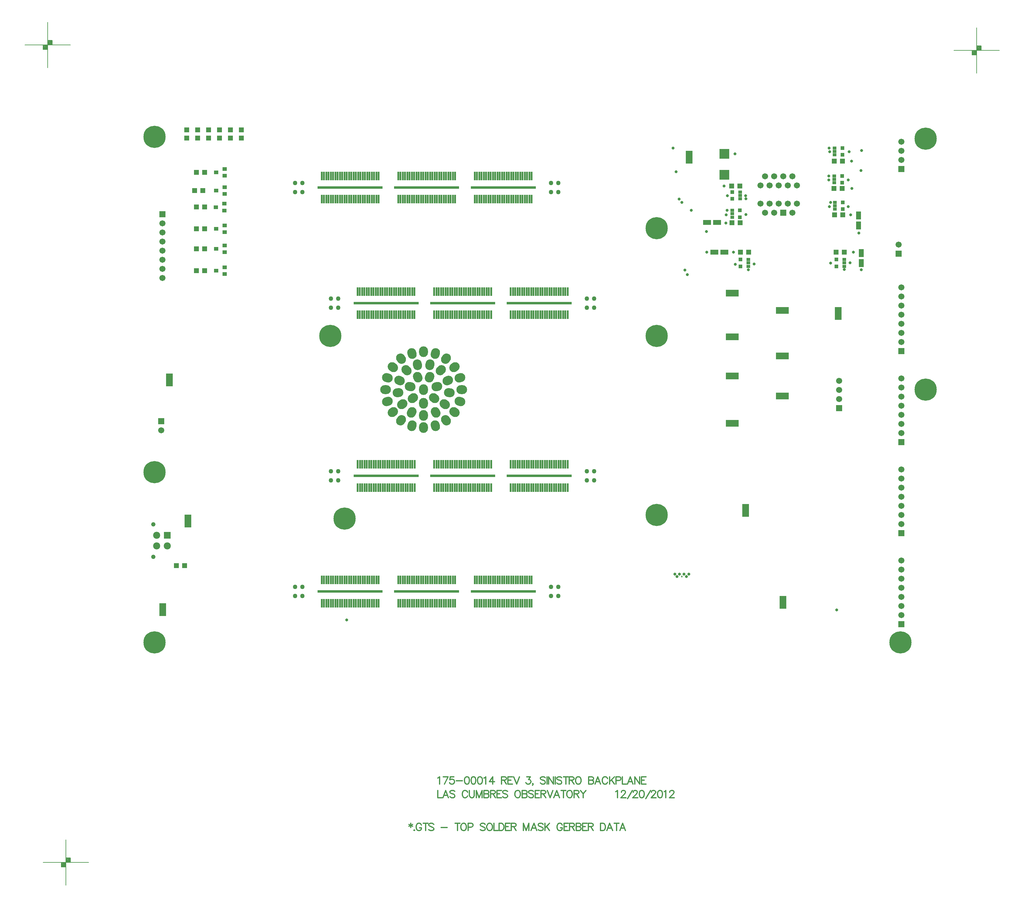
<source format=gts>
%FSLAX23Y23*%
%MOIN*%
G70*
G01*
G75*
G04 Layer_Color=8388736*
%ADD10R,0.037X0.035*%
%ADD11R,0.037X0.035*%
%ADD12R,0.070X0.135*%
%ADD13R,0.036X0.036*%
%ADD14R,0.036X0.028*%
%ADD15R,0.100X0.100*%
%ADD16R,0.078X0.048*%
%ADD17R,0.050X0.050*%
%ADD18R,0.050X0.050*%
%ADD19R,0.016X0.085*%
%ADD20R,0.709X0.020*%
%ADD21R,0.048X0.078*%
%ADD22R,0.135X0.070*%
%ADD23C,0.010*%
%ADD24C,0.030*%
%ADD25C,0.050*%
%ADD26C,0.006*%
%ADD27C,0.012*%
%ADD28C,0.008*%
%ADD29C,0.012*%
%ADD30C,0.012*%
%ADD31C,0.050*%
%ADD32O,0.090X0.110*%
G04:AMPARAMS|DCode=33|XSize=90mil|YSize=110mil|CornerRadius=0mil|HoleSize=0mil|Usage=FLASHONLY|Rotation=231.428|XOffset=0mil|YOffset=0mil|HoleType=Round|Shape=Round|*
%AMOVALD33*
21,1,0.020,0.090,0.000,0.000,321.4*
1,1,0.090,-0.008,0.006*
1,1,0.090,0.008,-0.006*
%
%ADD33OVALD33*%

G04:AMPARAMS|DCode=34|XSize=90mil|YSize=110mil|CornerRadius=0mil|HoleSize=0mil|Usage=FLASHONLY|Rotation=282.856|XOffset=0mil|YOffset=0mil|HoleType=Round|Shape=Round|*
%AMOVALD34*
21,1,0.020,0.090,0.000,0.000,12.9*
1,1,0.090,-0.010,-0.002*
1,1,0.090,0.010,0.002*
%
%ADD34OVALD34*%

G04:AMPARAMS|DCode=35|XSize=90mil|YSize=110mil|CornerRadius=0mil|HoleSize=0mil|Usage=FLASHONLY|Rotation=334.284|XOffset=0mil|YOffset=0mil|HoleType=Round|Shape=Round|*
%AMOVALD35*
21,1,0.020,0.090,0.000,0.000,64.3*
1,1,0.090,-0.004,-0.009*
1,1,0.090,0.004,0.009*
%
%ADD35OVALD35*%

G04:AMPARAMS|DCode=36|XSize=90mil|YSize=110mil|CornerRadius=0mil|HoleSize=0mil|Usage=FLASHONLY|Rotation=25.712|XOffset=0mil|YOffset=0mil|HoleType=Round|Shape=Round|*
%AMOVALD36*
21,1,0.020,0.090,0.000,0.000,115.7*
1,1,0.090,0.004,-0.009*
1,1,0.090,-0.004,0.009*
%
%ADD36OVALD36*%

G04:AMPARAMS|DCode=37|XSize=90mil|YSize=110mil|CornerRadius=0mil|HoleSize=0mil|Usage=FLASHONLY|Rotation=77.140|XOffset=0mil|YOffset=0mil|HoleType=Round|Shape=Round|*
%AMOVALD37*
21,1,0.020,0.090,0.000,0.000,167.1*
1,1,0.090,0.010,-0.002*
1,1,0.090,-0.010,0.002*
%
%ADD37OVALD37*%

G04:AMPARAMS|DCode=38|XSize=90mil|YSize=110mil|CornerRadius=0mil|HoleSize=0mil|Usage=FLASHONLY|Rotation=128.568|XOffset=0mil|YOffset=0mil|HoleType=Round|Shape=Round|*
%AMOVALD38*
21,1,0.020,0.090,0.000,0.000,218.6*
1,1,0.090,0.008,0.006*
1,1,0.090,-0.008,-0.006*
%
%ADD38OVALD38*%

G04:AMPARAMS|DCode=39|XSize=90mil|YSize=110mil|CornerRadius=0mil|HoleSize=0mil|Usage=FLASHONLY|Rotation=207.692|XOffset=0mil|YOffset=0mil|HoleType=Round|Shape=Round|*
%AMOVALD39*
21,1,0.020,0.090,0.000,0.000,297.7*
1,1,0.090,-0.005,0.009*
1,1,0.090,0.005,-0.009*
%
%ADD39OVALD39*%

G04:AMPARAMS|DCode=40|XSize=90mil|YSize=110mil|CornerRadius=0mil|HoleSize=0mil|Usage=FLASHONLY|Rotation=235.384|XOffset=0mil|YOffset=0mil|HoleType=Round|Shape=Round|*
%AMOVALD40*
21,1,0.020,0.090,0.000,0.000,325.4*
1,1,0.090,-0.008,0.006*
1,1,0.090,0.008,-0.006*
%
%ADD40OVALD40*%

G04:AMPARAMS|DCode=41|XSize=90mil|YSize=110mil|CornerRadius=0mil|HoleSize=0mil|Usage=FLASHONLY|Rotation=263.076|XOffset=0mil|YOffset=0mil|HoleType=Round|Shape=Round|*
%AMOVALD41*
21,1,0.020,0.090,0.000,0.000,353.1*
1,1,0.090,-0.010,0.001*
1,1,0.090,0.010,-0.001*
%
%ADD41OVALD41*%

G04:AMPARAMS|DCode=42|XSize=90mil|YSize=110mil|CornerRadius=0mil|HoleSize=0mil|Usage=FLASHONLY|Rotation=290.768|XOffset=0mil|YOffset=0mil|HoleType=Round|Shape=Round|*
%AMOVALD42*
21,1,0.020,0.090,0.000,0.000,20.8*
1,1,0.090,-0.009,-0.004*
1,1,0.090,0.009,0.004*
%
%ADD42OVALD42*%

G04:AMPARAMS|DCode=43|XSize=90mil|YSize=110mil|CornerRadius=0mil|HoleSize=0mil|Usage=FLASHONLY|Rotation=318.460|XOffset=0mil|YOffset=0mil|HoleType=Round|Shape=Round|*
%AMOVALD43*
21,1,0.020,0.090,0.000,0.000,48.5*
1,1,0.090,-0.007,-0.007*
1,1,0.090,0.007,0.007*
%
%ADD43OVALD43*%

G04:AMPARAMS|DCode=44|XSize=90mil|YSize=110mil|CornerRadius=0mil|HoleSize=0mil|Usage=FLASHONLY|Rotation=346.152|XOffset=0mil|YOffset=0mil|HoleType=Round|Shape=Round|*
%AMOVALD44*
21,1,0.020,0.090,0.000,0.000,76.2*
1,1,0.090,-0.002,-0.010*
1,1,0.090,0.002,0.010*
%
%ADD44OVALD44*%

G04:AMPARAMS|DCode=45|XSize=90mil|YSize=110mil|CornerRadius=0mil|HoleSize=0mil|Usage=FLASHONLY|Rotation=13.844|XOffset=0mil|YOffset=0mil|HoleType=Round|Shape=Round|*
%AMOVALD45*
21,1,0.020,0.090,0.000,0.000,103.8*
1,1,0.090,0.002,-0.010*
1,1,0.090,-0.002,0.010*
%
%ADD45OVALD45*%

G04:AMPARAMS|DCode=46|XSize=90mil|YSize=110mil|CornerRadius=0mil|HoleSize=0mil|Usage=FLASHONLY|Rotation=41.536|XOffset=0mil|YOffset=0mil|HoleType=Round|Shape=Round|*
%AMOVALD46*
21,1,0.020,0.090,0.000,0.000,131.5*
1,1,0.090,0.007,-0.007*
1,1,0.090,-0.007,0.007*
%
%ADD46OVALD46*%

G04:AMPARAMS|DCode=47|XSize=90mil|YSize=110mil|CornerRadius=0mil|HoleSize=0mil|Usage=FLASHONLY|Rotation=69.228|XOffset=0mil|YOffset=0mil|HoleType=Round|Shape=Round|*
%AMOVALD47*
21,1,0.020,0.090,0.000,0.000,159.2*
1,1,0.090,0.009,-0.004*
1,1,0.090,-0.009,0.004*
%
%ADD47OVALD47*%

G04:AMPARAMS|DCode=48|XSize=90mil|YSize=110mil|CornerRadius=0mil|HoleSize=0mil|Usage=FLASHONLY|Rotation=96.920|XOffset=0mil|YOffset=0mil|HoleType=Round|Shape=Round|*
%AMOVALD48*
21,1,0.020,0.090,0.000,0.000,186.9*
1,1,0.090,0.010,0.001*
1,1,0.090,-0.010,-0.001*
%
%ADD48OVALD48*%

G04:AMPARAMS|DCode=49|XSize=90mil|YSize=110mil|CornerRadius=0mil|HoleSize=0mil|Usage=FLASHONLY|Rotation=124.612|XOffset=0mil|YOffset=0mil|HoleType=Round|Shape=Round|*
%AMOVALD49*
21,1,0.020,0.090,0.000,0.000,214.6*
1,1,0.090,0.008,0.006*
1,1,0.090,-0.008,-0.006*
%
%ADD49OVALD49*%

G04:AMPARAMS|DCode=50|XSize=90mil|YSize=110mil|CornerRadius=0mil|HoleSize=0mil|Usage=FLASHONLY|Rotation=152.304|XOffset=0mil|YOffset=0mil|HoleType=Round|Shape=Round|*
%AMOVALD50*
21,1,0.020,0.090,0.000,0.000,242.3*
1,1,0.090,0.005,0.009*
1,1,0.090,-0.005,-0.009*
%
%ADD50OVALD50*%

G04:AMPARAMS|DCode=51|XSize=90mil|YSize=110mil|CornerRadius=0mil|HoleSize=0mil|Usage=FLASHONLY|Rotation=198.000|XOffset=0mil|YOffset=0mil|HoleType=Round|Shape=Round|*
%AMOVALD51*
21,1,0.020,0.090,0.000,0.000,288.0*
1,1,0.090,-0.003,0.010*
1,1,0.090,0.003,-0.010*
%
%ADD51OVALD51*%

G04:AMPARAMS|DCode=52|XSize=90mil|YSize=110mil|CornerRadius=0mil|HoleSize=0mil|Usage=FLASHONLY|Rotation=216.000|XOffset=0mil|YOffset=0mil|HoleType=Round|Shape=Round|*
%AMOVALD52*
21,1,0.020,0.090,0.000,0.000,306.0*
1,1,0.090,-0.006,0.008*
1,1,0.090,0.006,-0.008*
%
%ADD52OVALD52*%

G04:AMPARAMS|DCode=53|XSize=90mil|YSize=110mil|CornerRadius=0mil|HoleSize=0mil|Usage=FLASHONLY|Rotation=234.000|XOffset=0mil|YOffset=0mil|HoleType=Round|Shape=Round|*
%AMOVALD53*
21,1,0.020,0.090,0.000,0.000,324.0*
1,1,0.090,-0.008,0.006*
1,1,0.090,0.008,-0.006*
%
%ADD53OVALD53*%

G04:AMPARAMS|DCode=54|XSize=90mil|YSize=110mil|CornerRadius=0mil|HoleSize=0mil|Usage=FLASHONLY|Rotation=252.000|XOffset=0mil|YOffset=0mil|HoleType=Round|Shape=Round|*
%AMOVALD54*
21,1,0.020,0.090,0.000,0.000,342.0*
1,1,0.090,-0.010,0.003*
1,1,0.090,0.010,-0.003*
%
%ADD54OVALD54*%

%ADD55O,0.110X0.090*%
G04:AMPARAMS|DCode=56|XSize=90mil|YSize=110mil|CornerRadius=0mil|HoleSize=0mil|Usage=FLASHONLY|Rotation=288.000|XOffset=0mil|YOffset=0mil|HoleType=Round|Shape=Round|*
%AMOVALD56*
21,1,0.020,0.090,0.000,0.000,18.0*
1,1,0.090,-0.010,-0.003*
1,1,0.090,0.010,0.003*
%
%ADD56OVALD56*%

G04:AMPARAMS|DCode=57|XSize=90mil|YSize=110mil|CornerRadius=0mil|HoleSize=0mil|Usage=FLASHONLY|Rotation=306.000|XOffset=0mil|YOffset=0mil|HoleType=Round|Shape=Round|*
%AMOVALD57*
21,1,0.020,0.090,0.000,0.000,36.0*
1,1,0.090,-0.008,-0.006*
1,1,0.090,0.008,0.006*
%
%ADD57OVALD57*%

G04:AMPARAMS|DCode=58|XSize=90mil|YSize=110mil|CornerRadius=0mil|HoleSize=0mil|Usage=FLASHONLY|Rotation=324.000|XOffset=0mil|YOffset=0mil|HoleType=Round|Shape=Round|*
%AMOVALD58*
21,1,0.020,0.090,0.000,0.000,54.0*
1,1,0.090,-0.006,-0.008*
1,1,0.090,0.006,0.008*
%
%ADD58OVALD58*%

G04:AMPARAMS|DCode=59|XSize=90mil|YSize=110mil|CornerRadius=0mil|HoleSize=0mil|Usage=FLASHONLY|Rotation=342.000|XOffset=0mil|YOffset=0mil|HoleType=Round|Shape=Round|*
%AMOVALD59*
21,1,0.020,0.090,0.000,0.000,72.0*
1,1,0.090,-0.003,-0.010*
1,1,0.090,0.003,0.010*
%
%ADD59OVALD59*%

%ADD60C,0.059*%
%ADD61R,0.059X0.059*%
%ADD62R,0.070X0.070*%
%ADD63C,0.070*%
%ADD64C,0.040*%
%ADD65C,0.236*%
%ADD66C,0.024*%
%ADD67C,0.010*%
%ADD68C,0.040*%
%ADD69C,0.065*%
G04:AMPARAMS|DCode=70|XSize=85mil|YSize=85mil|CornerRadius=0mil|HoleSize=0mil|Usage=FLASHONLY|Rotation=0.000|XOffset=0mil|YOffset=0mil|HoleType=Round|Shape=Relief|Width=10mil|Gap=10mil|Entries=4|*
%AMTHD70*
7,0,0,0.085,0.065,0.010,45*
%
%ADD70THD70*%
G04:AMPARAMS|DCode=71|XSize=130mil|YSize=130mil|CornerRadius=0mil|HoleSize=0mil|Usage=FLASHONLY|Rotation=0.000|XOffset=0mil|YOffset=0mil|HoleType=Round|Shape=Relief|Width=10mil|Gap=10mil|Entries=4|*
%AMTHD71*
7,0,0,0.130,0.110,0.010,45*
%
%ADD71THD71*%
%ADD72C,0.110*%
%ADD73C,0.079*%
G04:AMPARAMS|DCode=74|XSize=99.37mil|YSize=99.37mil|CornerRadius=0mil|HoleSize=0mil|Usage=FLASHONLY|Rotation=0.000|XOffset=0mil|YOffset=0mil|HoleType=Round|Shape=Relief|Width=10mil|Gap=10mil|Entries=4|*
%AMTHD74*
7,0,0,0.099,0.079,0.010,45*
%
%ADD74THD74*%
%ADD75C,0.075*%
%ADD76C,0.080*%
G04:AMPARAMS|DCode=77|XSize=95.433mil|YSize=95.433mil|CornerRadius=0mil|HoleSize=0mil|Usage=FLASHONLY|Rotation=0.000|XOffset=0mil|YOffset=0mil|HoleType=Round|Shape=Relief|Width=10mil|Gap=10mil|Entries=4|*
%AMTHD77*
7,0,0,0.095,0.075,0.010,45*
%
%ADD77THD77*%
%ADD78C,0.174*%
G04:AMPARAMS|DCode=79|XSize=70mil|YSize=70mil|CornerRadius=0mil|HoleSize=0mil|Usage=FLASHONLY|Rotation=0.000|XOffset=0mil|YOffset=0mil|HoleType=Round|Shape=Relief|Width=10mil|Gap=10mil|Entries=4|*
%AMTHD79*
7,0,0,0.070,0.050,0.010,45*
%
%ADD79THD79*%
%ADD80C,0.020*%
G04:AMPARAMS|DCode=81|XSize=100mil|YSize=100mil|CornerRadius=0mil|HoleSize=0mil|Usage=FLASHONLY|Rotation=0.000|XOffset=0mil|YOffset=0mil|HoleType=Round|Shape=Relief|Width=10mil|Gap=10mil|Entries=4|*
%AMTHD81*
7,0,0,0.100,0.080,0.010,45*
%
%ADD81THD81*%
%ADD82C,0.010*%
%ADD83C,0.008*%
%ADD84C,0.007*%
%ADD85R,0.257X0.178*%
%ADD86R,1.096X0.079*%
%ADD87R,1.496X0.079*%
%ADD88R,1.000X0.079*%
%ADD89R,0.045X0.043*%
%ADD90R,0.045X0.043*%
%ADD91R,0.078X0.143*%
%ADD92R,0.044X0.044*%
%ADD93R,0.044X0.036*%
%ADD94R,0.108X0.108*%
%ADD95R,0.086X0.056*%
%ADD96R,0.058X0.058*%
%ADD97R,0.058X0.058*%
%ADD98R,0.024X0.093*%
%ADD99R,0.717X0.028*%
%ADD100R,0.056X0.086*%
%ADD101R,0.143X0.078*%
%ADD102O,0.098X0.118*%
G04:AMPARAMS|DCode=103|XSize=98mil|YSize=118mil|CornerRadius=0mil|HoleSize=0mil|Usage=FLASHONLY|Rotation=231.428|XOffset=0mil|YOffset=0mil|HoleType=Round|Shape=Round|*
%AMOVALD103*
21,1,0.020,0.098,0.000,0.000,321.4*
1,1,0.098,-0.008,0.006*
1,1,0.098,0.008,-0.006*
%
%ADD103OVALD103*%

G04:AMPARAMS|DCode=104|XSize=98mil|YSize=118mil|CornerRadius=0mil|HoleSize=0mil|Usage=FLASHONLY|Rotation=282.856|XOffset=0mil|YOffset=0mil|HoleType=Round|Shape=Round|*
%AMOVALD104*
21,1,0.020,0.098,0.000,0.000,12.9*
1,1,0.098,-0.010,-0.002*
1,1,0.098,0.010,0.002*
%
%ADD104OVALD104*%

G04:AMPARAMS|DCode=105|XSize=98mil|YSize=118mil|CornerRadius=0mil|HoleSize=0mil|Usage=FLASHONLY|Rotation=334.284|XOffset=0mil|YOffset=0mil|HoleType=Round|Shape=Round|*
%AMOVALD105*
21,1,0.020,0.098,0.000,0.000,64.3*
1,1,0.098,-0.004,-0.009*
1,1,0.098,0.004,0.009*
%
%ADD105OVALD105*%

G04:AMPARAMS|DCode=106|XSize=98mil|YSize=118mil|CornerRadius=0mil|HoleSize=0mil|Usage=FLASHONLY|Rotation=25.712|XOffset=0mil|YOffset=0mil|HoleType=Round|Shape=Round|*
%AMOVALD106*
21,1,0.020,0.098,0.000,0.000,115.7*
1,1,0.098,0.004,-0.009*
1,1,0.098,-0.004,0.009*
%
%ADD106OVALD106*%

G04:AMPARAMS|DCode=107|XSize=98mil|YSize=118mil|CornerRadius=0mil|HoleSize=0mil|Usage=FLASHONLY|Rotation=77.140|XOffset=0mil|YOffset=0mil|HoleType=Round|Shape=Round|*
%AMOVALD107*
21,1,0.020,0.098,0.000,0.000,167.1*
1,1,0.098,0.010,-0.002*
1,1,0.098,-0.010,0.002*
%
%ADD107OVALD107*%

G04:AMPARAMS|DCode=108|XSize=98mil|YSize=118mil|CornerRadius=0mil|HoleSize=0mil|Usage=FLASHONLY|Rotation=128.568|XOffset=0mil|YOffset=0mil|HoleType=Round|Shape=Round|*
%AMOVALD108*
21,1,0.020,0.098,0.000,0.000,218.6*
1,1,0.098,0.008,0.006*
1,1,0.098,-0.008,-0.006*
%
%ADD108OVALD108*%

G04:AMPARAMS|DCode=109|XSize=98mil|YSize=118mil|CornerRadius=0mil|HoleSize=0mil|Usage=FLASHONLY|Rotation=207.692|XOffset=0mil|YOffset=0mil|HoleType=Round|Shape=Round|*
%AMOVALD109*
21,1,0.020,0.098,0.000,0.000,297.7*
1,1,0.098,-0.005,0.009*
1,1,0.098,0.005,-0.009*
%
%ADD109OVALD109*%

G04:AMPARAMS|DCode=110|XSize=98mil|YSize=118mil|CornerRadius=0mil|HoleSize=0mil|Usage=FLASHONLY|Rotation=235.384|XOffset=0mil|YOffset=0mil|HoleType=Round|Shape=Round|*
%AMOVALD110*
21,1,0.020,0.098,0.000,0.000,325.4*
1,1,0.098,-0.008,0.006*
1,1,0.098,0.008,-0.006*
%
%ADD110OVALD110*%

G04:AMPARAMS|DCode=111|XSize=98mil|YSize=118mil|CornerRadius=0mil|HoleSize=0mil|Usage=FLASHONLY|Rotation=263.076|XOffset=0mil|YOffset=0mil|HoleType=Round|Shape=Round|*
%AMOVALD111*
21,1,0.020,0.098,0.000,0.000,353.1*
1,1,0.098,-0.010,0.001*
1,1,0.098,0.010,-0.001*
%
%ADD111OVALD111*%

G04:AMPARAMS|DCode=112|XSize=98mil|YSize=118mil|CornerRadius=0mil|HoleSize=0mil|Usage=FLASHONLY|Rotation=290.768|XOffset=0mil|YOffset=0mil|HoleType=Round|Shape=Round|*
%AMOVALD112*
21,1,0.020,0.098,0.000,0.000,20.8*
1,1,0.098,-0.009,-0.004*
1,1,0.098,0.009,0.004*
%
%ADD112OVALD112*%

G04:AMPARAMS|DCode=113|XSize=98mil|YSize=118mil|CornerRadius=0mil|HoleSize=0mil|Usage=FLASHONLY|Rotation=318.460|XOffset=0mil|YOffset=0mil|HoleType=Round|Shape=Round|*
%AMOVALD113*
21,1,0.020,0.098,0.000,0.000,48.5*
1,1,0.098,-0.007,-0.007*
1,1,0.098,0.007,0.007*
%
%ADD113OVALD113*%

G04:AMPARAMS|DCode=114|XSize=98mil|YSize=118mil|CornerRadius=0mil|HoleSize=0mil|Usage=FLASHONLY|Rotation=346.152|XOffset=0mil|YOffset=0mil|HoleType=Round|Shape=Round|*
%AMOVALD114*
21,1,0.020,0.098,0.000,0.000,76.2*
1,1,0.098,-0.002,-0.010*
1,1,0.098,0.002,0.010*
%
%ADD114OVALD114*%

G04:AMPARAMS|DCode=115|XSize=98mil|YSize=118mil|CornerRadius=0mil|HoleSize=0mil|Usage=FLASHONLY|Rotation=13.844|XOffset=0mil|YOffset=0mil|HoleType=Round|Shape=Round|*
%AMOVALD115*
21,1,0.020,0.098,0.000,0.000,103.8*
1,1,0.098,0.002,-0.010*
1,1,0.098,-0.002,0.010*
%
%ADD115OVALD115*%

G04:AMPARAMS|DCode=116|XSize=98mil|YSize=118mil|CornerRadius=0mil|HoleSize=0mil|Usage=FLASHONLY|Rotation=41.536|XOffset=0mil|YOffset=0mil|HoleType=Round|Shape=Round|*
%AMOVALD116*
21,1,0.020,0.098,0.000,0.000,131.5*
1,1,0.098,0.007,-0.007*
1,1,0.098,-0.007,0.007*
%
%ADD116OVALD116*%

G04:AMPARAMS|DCode=117|XSize=98mil|YSize=118mil|CornerRadius=0mil|HoleSize=0mil|Usage=FLASHONLY|Rotation=69.228|XOffset=0mil|YOffset=0mil|HoleType=Round|Shape=Round|*
%AMOVALD117*
21,1,0.020,0.098,0.000,0.000,159.2*
1,1,0.098,0.009,-0.004*
1,1,0.098,-0.009,0.004*
%
%ADD117OVALD117*%

G04:AMPARAMS|DCode=118|XSize=98mil|YSize=118mil|CornerRadius=0mil|HoleSize=0mil|Usage=FLASHONLY|Rotation=96.920|XOffset=0mil|YOffset=0mil|HoleType=Round|Shape=Round|*
%AMOVALD118*
21,1,0.020,0.098,0.000,0.000,186.9*
1,1,0.098,0.010,0.001*
1,1,0.098,-0.010,-0.001*
%
%ADD118OVALD118*%

G04:AMPARAMS|DCode=119|XSize=98mil|YSize=118mil|CornerRadius=0mil|HoleSize=0mil|Usage=FLASHONLY|Rotation=124.612|XOffset=0mil|YOffset=0mil|HoleType=Round|Shape=Round|*
%AMOVALD119*
21,1,0.020,0.098,0.000,0.000,214.6*
1,1,0.098,0.008,0.006*
1,1,0.098,-0.008,-0.006*
%
%ADD119OVALD119*%

G04:AMPARAMS|DCode=120|XSize=98mil|YSize=118mil|CornerRadius=0mil|HoleSize=0mil|Usage=FLASHONLY|Rotation=152.304|XOffset=0mil|YOffset=0mil|HoleType=Round|Shape=Round|*
%AMOVALD120*
21,1,0.020,0.098,0.000,0.000,242.3*
1,1,0.098,0.005,0.009*
1,1,0.098,-0.005,-0.009*
%
%ADD120OVALD120*%

G04:AMPARAMS|DCode=121|XSize=98mil|YSize=118mil|CornerRadius=0mil|HoleSize=0mil|Usage=FLASHONLY|Rotation=198.000|XOffset=0mil|YOffset=0mil|HoleType=Round|Shape=Round|*
%AMOVALD121*
21,1,0.020,0.098,0.000,0.000,288.0*
1,1,0.098,-0.003,0.010*
1,1,0.098,0.003,-0.010*
%
%ADD121OVALD121*%

G04:AMPARAMS|DCode=122|XSize=98mil|YSize=118mil|CornerRadius=0mil|HoleSize=0mil|Usage=FLASHONLY|Rotation=216.000|XOffset=0mil|YOffset=0mil|HoleType=Round|Shape=Round|*
%AMOVALD122*
21,1,0.020,0.098,0.000,0.000,306.0*
1,1,0.098,-0.006,0.008*
1,1,0.098,0.006,-0.008*
%
%ADD122OVALD122*%

G04:AMPARAMS|DCode=123|XSize=98mil|YSize=118mil|CornerRadius=0mil|HoleSize=0mil|Usage=FLASHONLY|Rotation=234.000|XOffset=0mil|YOffset=0mil|HoleType=Round|Shape=Round|*
%AMOVALD123*
21,1,0.020,0.098,0.000,0.000,324.0*
1,1,0.098,-0.008,0.006*
1,1,0.098,0.008,-0.006*
%
%ADD123OVALD123*%

G04:AMPARAMS|DCode=124|XSize=98mil|YSize=118mil|CornerRadius=0mil|HoleSize=0mil|Usage=FLASHONLY|Rotation=252.000|XOffset=0mil|YOffset=0mil|HoleType=Round|Shape=Round|*
%AMOVALD124*
21,1,0.020,0.098,0.000,0.000,342.0*
1,1,0.098,-0.010,0.003*
1,1,0.098,0.010,-0.003*
%
%ADD124OVALD124*%

%ADD125O,0.118X0.098*%
G04:AMPARAMS|DCode=126|XSize=98mil|YSize=118mil|CornerRadius=0mil|HoleSize=0mil|Usage=FLASHONLY|Rotation=288.000|XOffset=0mil|YOffset=0mil|HoleType=Round|Shape=Round|*
%AMOVALD126*
21,1,0.020,0.098,0.000,0.000,18.0*
1,1,0.098,-0.010,-0.003*
1,1,0.098,0.010,0.003*
%
%ADD126OVALD126*%

G04:AMPARAMS|DCode=127|XSize=98mil|YSize=118mil|CornerRadius=0mil|HoleSize=0mil|Usage=FLASHONLY|Rotation=306.000|XOffset=0mil|YOffset=0mil|HoleType=Round|Shape=Round|*
%AMOVALD127*
21,1,0.020,0.098,0.000,0.000,36.0*
1,1,0.098,-0.008,-0.006*
1,1,0.098,0.008,0.006*
%
%ADD127OVALD127*%

G04:AMPARAMS|DCode=128|XSize=98mil|YSize=118mil|CornerRadius=0mil|HoleSize=0mil|Usage=FLASHONLY|Rotation=324.000|XOffset=0mil|YOffset=0mil|HoleType=Round|Shape=Round|*
%AMOVALD128*
21,1,0.020,0.098,0.000,0.000,54.0*
1,1,0.098,-0.006,-0.008*
1,1,0.098,0.006,0.008*
%
%ADD128OVALD128*%

G04:AMPARAMS|DCode=129|XSize=98mil|YSize=118mil|CornerRadius=0mil|HoleSize=0mil|Usage=FLASHONLY|Rotation=342.000|XOffset=0mil|YOffset=0mil|HoleType=Round|Shape=Round|*
%AMOVALD129*
21,1,0.020,0.098,0.000,0.000,72.0*
1,1,0.098,-0.003,-0.010*
1,1,0.098,0.003,0.010*
%
%ADD129OVALD129*%

%ADD130C,0.067*%
%ADD131R,0.067X0.067*%
%ADD132R,0.078X0.078*%
%ADD133C,0.078*%
%ADD134C,0.048*%
%ADD135C,0.244*%
%ADD136C,0.032*%
%ADD137C,0.018*%
D27*
X32017Y19460D02*
Y19414D01*
X31998Y19448D02*
X32036Y19425D01*
Y19448D02*
X31998Y19425D01*
X32056Y19387D02*
X32052Y19384D01*
X32056Y19380D01*
X32060Y19384D01*
X32056Y19387D01*
X32134Y19441D02*
X32130Y19448D01*
X32123Y19456D01*
X32115Y19460D01*
X32100D01*
X32092Y19456D01*
X32085Y19448D01*
X32081Y19441D01*
X32077Y19429D01*
Y19410D01*
X32081Y19399D01*
X32085Y19391D01*
X32092Y19384D01*
X32100Y19380D01*
X32115D01*
X32123Y19384D01*
X32130Y19391D01*
X32134Y19399D01*
Y19410D01*
X32115D02*
X32134D01*
X32179Y19460D02*
Y19380D01*
X32153Y19460D02*
X32206D01*
X32269Y19448D02*
X32261Y19456D01*
X32250Y19460D01*
X32234D01*
X32223Y19456D01*
X32215Y19448D01*
Y19441D01*
X32219Y19433D01*
X32223Y19429D01*
X32231Y19425D01*
X32253Y19418D01*
X32261Y19414D01*
X32265Y19410D01*
X32269Y19403D01*
Y19391D01*
X32261Y19384D01*
X32250Y19380D01*
X32234D01*
X32223Y19384D01*
X32215Y19391D01*
X32349Y19414D02*
X32418D01*
X32531Y19460D02*
Y19380D01*
X32504Y19460D02*
X32558D01*
X32590D02*
X32583Y19456D01*
X32575Y19448D01*
X32571Y19441D01*
X32567Y19429D01*
Y19410D01*
X32571Y19399D01*
X32575Y19391D01*
X32583Y19384D01*
X32590Y19380D01*
X32605D01*
X32613Y19384D01*
X32621Y19391D01*
X32624Y19399D01*
X32628Y19410D01*
Y19429D01*
X32624Y19441D01*
X32621Y19448D01*
X32613Y19456D01*
X32605Y19460D01*
X32590D01*
X32647Y19418D02*
X32681D01*
X32693Y19422D01*
X32696Y19425D01*
X32700Y19433D01*
Y19444D01*
X32696Y19452D01*
X32693Y19456D01*
X32681Y19460D01*
X32647D01*
Y19380D01*
X32834Y19448D02*
X32827Y19456D01*
X32815Y19460D01*
X32800D01*
X32789Y19456D01*
X32781Y19448D01*
Y19441D01*
X32785Y19433D01*
X32789Y19429D01*
X32796Y19425D01*
X32819Y19418D01*
X32827Y19414D01*
X32831Y19410D01*
X32834Y19403D01*
Y19391D01*
X32827Y19384D01*
X32815Y19380D01*
X32800D01*
X32789Y19384D01*
X32781Y19391D01*
X32875Y19460D02*
X32867Y19456D01*
X32860Y19448D01*
X32856Y19441D01*
X32852Y19429D01*
Y19410D01*
X32856Y19399D01*
X32860Y19391D01*
X32867Y19384D01*
X32875Y19380D01*
X32890D01*
X32898Y19384D01*
X32906Y19391D01*
X32909Y19399D01*
X32913Y19410D01*
Y19429D01*
X32909Y19441D01*
X32906Y19448D01*
X32898Y19456D01*
X32890Y19460D01*
X32875D01*
X32932D02*
Y19380D01*
X32978D01*
X32986Y19460D02*
Y19380D01*
Y19460D02*
X33013D01*
X33024Y19456D01*
X33032Y19448D01*
X33036Y19441D01*
X33040Y19429D01*
Y19410D01*
X33036Y19399D01*
X33032Y19391D01*
X33024Y19384D01*
X33013Y19380D01*
X32986D01*
X33107Y19460D02*
X33058D01*
Y19380D01*
X33107D01*
X33058Y19422D02*
X33088D01*
X33120Y19460D02*
Y19380D01*
Y19460D02*
X33155D01*
X33166Y19456D01*
X33170Y19452D01*
X33174Y19444D01*
Y19437D01*
X33170Y19429D01*
X33166Y19425D01*
X33155Y19422D01*
X33120D01*
X33147D02*
X33174Y19380D01*
X33254Y19460D02*
Y19380D01*
Y19460D02*
X33285Y19380D01*
X33315Y19460D02*
X33285Y19380D01*
X33315Y19460D02*
Y19380D01*
X33399D02*
X33369Y19460D01*
X33338Y19380D01*
X33350Y19406D02*
X33388D01*
X33471Y19448D02*
X33464Y19456D01*
X33452Y19460D01*
X33437D01*
X33425Y19456D01*
X33418Y19448D01*
Y19441D01*
X33422Y19433D01*
X33425Y19429D01*
X33433Y19425D01*
X33456Y19418D01*
X33464Y19414D01*
X33467Y19410D01*
X33471Y19403D01*
Y19391D01*
X33464Y19384D01*
X33452Y19380D01*
X33437D01*
X33425Y19384D01*
X33418Y19391D01*
X33489Y19460D02*
Y19380D01*
X33542Y19460D02*
X33489Y19406D01*
X33508Y19425D02*
X33542Y19380D01*
X33680Y19441D02*
X33676Y19448D01*
X33669Y19456D01*
X33661Y19460D01*
X33646D01*
X33638Y19456D01*
X33631Y19448D01*
X33627Y19441D01*
X33623Y19429D01*
Y19410D01*
X33627Y19399D01*
X33631Y19391D01*
X33638Y19384D01*
X33646Y19380D01*
X33661D01*
X33669Y19384D01*
X33676Y19391D01*
X33680Y19399D01*
Y19410D01*
X33661D02*
X33680D01*
X33748Y19460D02*
X33699D01*
Y19380D01*
X33748D01*
X33699Y19422D02*
X33729D01*
X33761Y19460D02*
Y19380D01*
Y19460D02*
X33796D01*
X33807Y19456D01*
X33811Y19452D01*
X33815Y19444D01*
Y19437D01*
X33811Y19429D01*
X33807Y19425D01*
X33796Y19422D01*
X33761D01*
X33788D02*
X33815Y19380D01*
X33833Y19460D02*
Y19380D01*
Y19460D02*
X33867D01*
X33878Y19456D01*
X33882Y19452D01*
X33886Y19444D01*
Y19437D01*
X33882Y19429D01*
X33878Y19425D01*
X33867Y19422D01*
X33833D02*
X33867D01*
X33878Y19418D01*
X33882Y19414D01*
X33886Y19406D01*
Y19395D01*
X33882Y19387D01*
X33878Y19384D01*
X33867Y19380D01*
X33833D01*
X33953Y19460D02*
X33904D01*
Y19380D01*
X33953D01*
X33904Y19422D02*
X33934D01*
X33967Y19460D02*
Y19380D01*
Y19460D02*
X34001D01*
X34012Y19456D01*
X34016Y19452D01*
X34020Y19444D01*
Y19437D01*
X34016Y19429D01*
X34012Y19425D01*
X34001Y19422D01*
X33967D01*
X33993D02*
X34020Y19380D01*
X34101Y19460D02*
Y19380D01*
Y19460D02*
X34127D01*
X34139Y19456D01*
X34146Y19448D01*
X34150Y19441D01*
X34154Y19429D01*
Y19410D01*
X34150Y19399D01*
X34146Y19391D01*
X34139Y19384D01*
X34127Y19380D01*
X34101D01*
X34233D02*
X34202Y19460D01*
X34172Y19380D01*
X34183Y19406D02*
X34221D01*
X34278Y19460D02*
Y19380D01*
X34252Y19460D02*
X34305D01*
X34375Y19380D02*
X34345Y19460D01*
X34314Y19380D01*
X34326Y19406D02*
X34364D01*
D28*
X28229Y18781D02*
Y19281D01*
X27979Y19031D02*
X28479D01*
X28179Y18981D02*
X28229D01*
X28179D02*
Y19031D01*
X28229Y19081D02*
X28279D01*
Y19031D02*
Y19081D01*
X28234Y19036D02*
Y19076D01*
X28274D01*
Y19036D02*
Y19076D01*
X28234Y19036D02*
X28274D01*
X28239Y19041D02*
Y19071D01*
X28269D01*
Y19041D02*
Y19071D01*
X28244Y19041D02*
X28269D01*
X28244Y19046D02*
Y19066D01*
X28264D01*
Y19046D02*
Y19066D01*
X28249Y19046D02*
X28264D01*
X28249Y19051D02*
Y19061D01*
X28259D01*
Y19051D02*
Y19061D01*
X28249Y19051D02*
X28259D01*
X28254D02*
Y19061D01*
X28184Y18986D02*
Y19026D01*
X28224D01*
Y18986D02*
Y19026D01*
X28184Y18986D02*
X28224D01*
X28189Y18991D02*
Y19021D01*
X28219D01*
Y18991D02*
Y19021D01*
X28194Y18991D02*
X28219D01*
X28194Y18996D02*
Y19016D01*
X28214D01*
Y18996D02*
Y19016D01*
X28199Y18996D02*
X28214D01*
X28199Y19001D02*
Y19011D01*
X28209D01*
Y19001D02*
Y19011D01*
X28199Y19001D02*
X28209D01*
X28204D02*
Y19011D01*
X28029Y27761D02*
Y28261D01*
X27779Y28011D02*
X28279D01*
X27979Y27961D02*
X28029D01*
X27979D02*
Y28011D01*
X28029Y28061D02*
X28079D01*
Y28011D02*
Y28061D01*
X28034Y28016D02*
Y28056D01*
X28074D01*
Y28016D02*
Y28056D01*
X28034Y28016D02*
X28074D01*
X28039Y28021D02*
Y28051D01*
X28069D01*
Y28021D02*
Y28051D01*
X28044Y28021D02*
X28069D01*
X28044Y28026D02*
Y28046D01*
X28064D01*
Y28026D02*
Y28046D01*
X28049Y28026D02*
X28064D01*
X28049Y28031D02*
Y28041D01*
X28059D01*
Y28031D02*
Y28041D01*
X28049Y28031D02*
X28059D01*
X28054D02*
Y28041D01*
X27984Y27966D02*
Y28006D01*
X28024D01*
Y27966D02*
Y28006D01*
X27984Y27966D02*
X28024D01*
X27989Y27971D02*
Y28001D01*
X28019D01*
Y27971D02*
Y28001D01*
X27994Y27971D02*
X28019D01*
X27994Y27976D02*
Y27996D01*
X28014D01*
Y27976D02*
Y27996D01*
X27999Y27976D02*
X28014D01*
X27999Y27981D02*
Y27991D01*
X28009D01*
Y27981D02*
Y27991D01*
X27999Y27981D02*
X28009D01*
X28004D02*
Y27991D01*
X38229Y27701D02*
Y28201D01*
X37979Y27951D02*
X38479D01*
X38179Y27901D02*
X38229D01*
X38179D02*
Y27951D01*
X38229Y28001D02*
X38279D01*
Y27951D02*
Y28001D01*
X38234Y27956D02*
Y27996D01*
X38274D01*
Y27956D02*
Y27996D01*
X38234Y27956D02*
X38274D01*
X38239Y27961D02*
Y27991D01*
X38269D01*
Y27961D02*
Y27991D01*
X38244Y27961D02*
X38269D01*
X38244Y27966D02*
Y27986D01*
X38264D01*
Y27966D02*
Y27986D01*
X38249Y27966D02*
X38264D01*
X38249Y27971D02*
Y27981D01*
X38259D01*
Y27971D02*
Y27981D01*
X38249Y27971D02*
X38259D01*
X38254D02*
Y27981D01*
X38184Y27906D02*
Y27946D01*
X38224D01*
Y27906D02*
Y27946D01*
X38184Y27906D02*
X38224D01*
X38189Y27911D02*
Y27941D01*
X38219D01*
Y27911D02*
Y27941D01*
X38194Y27911D02*
X38219D01*
X38194Y27916D02*
Y27936D01*
X38214D01*
Y27916D02*
Y27936D01*
X38199Y27916D02*
X38214D01*
X38199Y27921D02*
Y27931D01*
X38209D01*
Y27921D02*
Y27931D01*
X38199Y27921D02*
X38209D01*
X38204D02*
Y27931D01*
D29*
X32314Y19820D02*
Y19740D01*
X32360D01*
X32430D02*
X32399Y19820D01*
X32369Y19740D01*
X32380Y19767D02*
X32418D01*
X32502Y19809D02*
X32494Y19817D01*
X32483Y19820D01*
X32468D01*
X32456Y19817D01*
X32448Y19809D01*
Y19801D01*
X32452Y19794D01*
X32456Y19790D01*
X32464Y19786D01*
X32487Y19779D01*
X32494Y19775D01*
X32498Y19771D01*
X32502Y19763D01*
Y19752D01*
X32494Y19744D01*
X32483Y19740D01*
X32468D01*
X32456Y19744D01*
X32448Y19752D01*
X32640Y19801D02*
X32636Y19809D01*
X32628Y19817D01*
X32621Y19820D01*
X32605D01*
X32598Y19817D01*
X32590Y19809D01*
X32586Y19801D01*
X32583Y19790D01*
Y19771D01*
X32586Y19759D01*
X32590Y19752D01*
X32598Y19744D01*
X32605Y19740D01*
X32621D01*
X32628Y19744D01*
X32636Y19752D01*
X32640Y19759D01*
X32662Y19820D02*
Y19763D01*
X32666Y19752D01*
X32674Y19744D01*
X32685Y19740D01*
X32693D01*
X32704Y19744D01*
X32712Y19752D01*
X32715Y19763D01*
Y19820D01*
X32738D02*
Y19740D01*
Y19820D02*
X32768Y19740D01*
X32799Y19820D02*
X32768Y19740D01*
X32799Y19820D02*
Y19740D01*
X32821Y19820D02*
Y19740D01*
Y19820D02*
X32856D01*
X32867Y19817D01*
X32871Y19813D01*
X32875Y19805D01*
Y19798D01*
X32871Y19790D01*
X32867Y19786D01*
X32856Y19782D01*
X32821D02*
X32856D01*
X32867Y19779D01*
X32871Y19775D01*
X32875Y19767D01*
Y19756D01*
X32871Y19748D01*
X32867Y19744D01*
X32856Y19740D01*
X32821D01*
X32893Y19820D02*
Y19740D01*
Y19820D02*
X32927D01*
X32938Y19817D01*
X32942Y19813D01*
X32946Y19805D01*
Y19798D01*
X32942Y19790D01*
X32938Y19786D01*
X32927Y19782D01*
X32893D01*
X32919D02*
X32946Y19740D01*
X33013Y19820D02*
X32964D01*
Y19740D01*
X33013D01*
X32964Y19782D02*
X32994D01*
X33080Y19809D02*
X33072Y19817D01*
X33061Y19820D01*
X33046D01*
X33034Y19817D01*
X33027Y19809D01*
Y19801D01*
X33030Y19794D01*
X33034Y19790D01*
X33042Y19786D01*
X33065Y19779D01*
X33072Y19775D01*
X33076Y19771D01*
X33080Y19763D01*
Y19752D01*
X33072Y19744D01*
X33061Y19740D01*
X33046D01*
X33034Y19744D01*
X33027Y19752D01*
X33184Y19820D02*
X33176Y19817D01*
X33168Y19809D01*
X33165Y19801D01*
X33161Y19790D01*
Y19771D01*
X33165Y19759D01*
X33168Y19752D01*
X33176Y19744D01*
X33184Y19740D01*
X33199D01*
X33206Y19744D01*
X33214Y19752D01*
X33218Y19759D01*
X33222Y19771D01*
Y19790D01*
X33218Y19801D01*
X33214Y19809D01*
X33206Y19817D01*
X33199Y19820D01*
X33184D01*
X33240D02*
Y19740D01*
Y19820D02*
X33275D01*
X33286Y19817D01*
X33290Y19813D01*
X33294Y19805D01*
Y19798D01*
X33290Y19790D01*
X33286Y19786D01*
X33275Y19782D01*
X33240D02*
X33275D01*
X33286Y19779D01*
X33290Y19775D01*
X33294Y19767D01*
Y19756D01*
X33290Y19748D01*
X33286Y19744D01*
X33275Y19740D01*
X33240D01*
X33365Y19809D02*
X33357Y19817D01*
X33346Y19820D01*
X33331D01*
X33319Y19817D01*
X33312Y19809D01*
Y19801D01*
X33315Y19794D01*
X33319Y19790D01*
X33327Y19786D01*
X33350Y19779D01*
X33357Y19775D01*
X33361Y19771D01*
X33365Y19763D01*
Y19752D01*
X33357Y19744D01*
X33346Y19740D01*
X33331D01*
X33319Y19744D01*
X33312Y19752D01*
X33432Y19820D02*
X33383D01*
Y19740D01*
X33432D01*
X33383Y19782D02*
X33413D01*
X33446Y19820D02*
Y19740D01*
Y19820D02*
X33480D01*
X33491Y19817D01*
X33495Y19813D01*
X33499Y19805D01*
Y19798D01*
X33495Y19790D01*
X33491Y19786D01*
X33480Y19782D01*
X33446D01*
X33472D02*
X33499Y19740D01*
X33517Y19820D02*
X33547Y19740D01*
X33578Y19820D02*
X33547Y19740D01*
X33649D02*
X33619Y19820D01*
X33588Y19740D01*
X33599Y19767D02*
X33638D01*
X33694Y19820D02*
Y19740D01*
X33668Y19820D02*
X33721D01*
X33753D02*
X33746Y19817D01*
X33738Y19809D01*
X33734Y19801D01*
X33731Y19790D01*
Y19771D01*
X33734Y19759D01*
X33738Y19752D01*
X33746Y19744D01*
X33753Y19740D01*
X33769D01*
X33776Y19744D01*
X33784Y19752D01*
X33788Y19759D01*
X33791Y19771D01*
Y19790D01*
X33788Y19801D01*
X33784Y19809D01*
X33776Y19817D01*
X33769Y19820D01*
X33753D01*
X33810D02*
Y19740D01*
Y19820D02*
X33844D01*
X33856Y19817D01*
X33860Y19813D01*
X33863Y19805D01*
Y19798D01*
X33860Y19790D01*
X33856Y19786D01*
X33844Y19782D01*
X33810D01*
X33837D02*
X33863Y19740D01*
X33881Y19820D02*
X33912Y19782D01*
Y19740D01*
X33942Y19820D02*
X33912Y19782D01*
X34267Y19805D02*
X34274Y19809D01*
X34286Y19820D01*
Y19740D01*
X34329Y19801D02*
Y19805D01*
X34333Y19813D01*
X34337Y19817D01*
X34344Y19820D01*
X34360D01*
X34367Y19817D01*
X34371Y19813D01*
X34375Y19805D01*
Y19798D01*
X34371Y19790D01*
X34364Y19779D01*
X34325Y19740D01*
X34379D01*
X34397Y19729D02*
X34450Y19820D01*
X34459Y19801D02*
Y19805D01*
X34463Y19813D01*
X34467Y19817D01*
X34474Y19820D01*
X34490D01*
X34497Y19817D01*
X34501Y19813D01*
X34505Y19805D01*
Y19798D01*
X34501Y19790D01*
X34493Y19779D01*
X34455Y19740D01*
X34509D01*
X34549Y19820D02*
X34538Y19817D01*
X34530Y19805D01*
X34527Y19786D01*
Y19775D01*
X34530Y19756D01*
X34538Y19744D01*
X34549Y19740D01*
X34557D01*
X34568Y19744D01*
X34576Y19756D01*
X34580Y19775D01*
Y19786D01*
X34576Y19805D01*
X34568Y19817D01*
X34557Y19820D01*
X34549D01*
X34598Y19729D02*
X34651Y19820D01*
X34660Y19801D02*
Y19805D01*
X34664Y19813D01*
X34668Y19817D01*
X34675Y19820D01*
X34691D01*
X34698Y19817D01*
X34702Y19813D01*
X34706Y19805D01*
Y19798D01*
X34702Y19790D01*
X34694Y19779D01*
X34656Y19740D01*
X34710D01*
X34750Y19820D02*
X34739Y19817D01*
X34731Y19805D01*
X34728Y19786D01*
Y19775D01*
X34731Y19756D01*
X34739Y19744D01*
X34750Y19740D01*
X34758D01*
X34770Y19744D01*
X34777Y19756D01*
X34781Y19775D01*
Y19786D01*
X34777Y19805D01*
X34770Y19817D01*
X34758Y19820D01*
X34750D01*
X34799Y19805D02*
X34806Y19809D01*
X34818Y19820D01*
Y19740D01*
X34861Y19801D02*
Y19805D01*
X34865Y19813D01*
X34869Y19817D01*
X34877Y19820D01*
X34892D01*
X34899Y19817D01*
X34903Y19813D01*
X34907Y19805D01*
Y19798D01*
X34903Y19790D01*
X34896Y19779D01*
X34858Y19740D01*
X34911D01*
D30*
X32314Y19955D02*
X32322Y19959D01*
X32333Y19970D01*
Y19890D01*
X32426Y19970D02*
X32388Y19890D01*
X32373Y19970D02*
X32426D01*
X32490D02*
X32452D01*
X32448Y19936D01*
X32452Y19940D01*
X32463Y19944D01*
X32475D01*
X32486Y19940D01*
X32494Y19932D01*
X32498Y19921D01*
Y19913D01*
X32494Y19902D01*
X32486Y19894D01*
X32475Y19890D01*
X32463D01*
X32452Y19894D01*
X32448Y19898D01*
X32444Y19906D01*
X32516Y19925D02*
X32584D01*
X32631Y19970D02*
X32619Y19967D01*
X32612Y19955D01*
X32608Y19936D01*
Y19925D01*
X32612Y19906D01*
X32619Y19894D01*
X32631Y19890D01*
X32638D01*
X32650Y19894D01*
X32657Y19906D01*
X32661Y19925D01*
Y19936D01*
X32657Y19955D01*
X32650Y19967D01*
X32638Y19970D01*
X32631D01*
X32702D02*
X32690Y19967D01*
X32683Y19955D01*
X32679Y19936D01*
Y19925D01*
X32683Y19906D01*
X32690Y19894D01*
X32702Y19890D01*
X32709D01*
X32721Y19894D01*
X32728Y19906D01*
X32732Y19925D01*
Y19936D01*
X32728Y19955D01*
X32721Y19967D01*
X32709Y19970D01*
X32702D01*
X32773D02*
X32762Y19967D01*
X32754Y19955D01*
X32750Y19936D01*
Y19925D01*
X32754Y19906D01*
X32762Y19894D01*
X32773Y19890D01*
X32781D01*
X32792Y19894D01*
X32800Y19906D01*
X32803Y19925D01*
Y19936D01*
X32800Y19955D01*
X32792Y19967D01*
X32781Y19970D01*
X32773D01*
X32821Y19955D02*
X32829Y19959D01*
X32840Y19970D01*
Y19890D01*
X32918Y19970D02*
X32880Y19917D01*
X32937D01*
X32918Y19970D02*
Y19890D01*
X33014Y19970D02*
Y19890D01*
Y19970D02*
X33048D01*
X33060Y19967D01*
X33064Y19963D01*
X33067Y19955D01*
Y19948D01*
X33064Y19940D01*
X33060Y19936D01*
X33048Y19932D01*
X33014D01*
X33041D02*
X33067Y19890D01*
X33135Y19970D02*
X33085D01*
Y19890D01*
X33135D01*
X33085Y19932D02*
X33116D01*
X33148Y19970D02*
X33179Y19890D01*
X33209Y19970D02*
X33179Y19890D01*
X33290Y19970D02*
X33332D01*
X33309Y19940D01*
X33320D01*
X33328Y19936D01*
X33332Y19932D01*
X33336Y19921D01*
Y19913D01*
X33332Y19902D01*
X33324Y19894D01*
X33313Y19890D01*
X33301D01*
X33290Y19894D01*
X33286Y19898D01*
X33282Y19906D01*
X33361Y19894D02*
X33357Y19890D01*
X33353Y19894D01*
X33357Y19898D01*
X33361Y19894D01*
Y19887D01*
X33357Y19879D01*
X33353Y19875D01*
X33495Y19959D02*
X33487Y19967D01*
X33476Y19970D01*
X33460D01*
X33449Y19967D01*
X33441Y19959D01*
Y19951D01*
X33445Y19944D01*
X33449Y19940D01*
X33457Y19936D01*
X33480Y19929D01*
X33487Y19925D01*
X33491Y19921D01*
X33495Y19913D01*
Y19902D01*
X33487Y19894D01*
X33476Y19890D01*
X33460D01*
X33449Y19894D01*
X33441Y19902D01*
X33513Y19970D02*
Y19890D01*
X33529Y19970D02*
Y19890D01*
Y19970D02*
X33583Y19890D01*
Y19970D02*
Y19890D01*
X33605Y19970D02*
Y19890D01*
X33675Y19959D02*
X33667Y19967D01*
X33656Y19970D01*
X33641D01*
X33629Y19967D01*
X33622Y19959D01*
Y19951D01*
X33625Y19944D01*
X33629Y19940D01*
X33637Y19936D01*
X33660Y19929D01*
X33667Y19925D01*
X33671Y19921D01*
X33675Y19913D01*
Y19902D01*
X33667Y19894D01*
X33656Y19890D01*
X33641D01*
X33629Y19894D01*
X33622Y19902D01*
X33719Y19970D02*
Y19890D01*
X33693Y19970D02*
X33746D01*
X33756D02*
Y19890D01*
Y19970D02*
X33790D01*
X33801Y19967D01*
X33805Y19963D01*
X33809Y19955D01*
Y19948D01*
X33805Y19940D01*
X33801Y19936D01*
X33790Y19932D01*
X33756D01*
X33782D02*
X33809Y19890D01*
X33850Y19970D02*
X33842Y19967D01*
X33834Y19959D01*
X33831Y19951D01*
X33827Y19940D01*
Y19921D01*
X33831Y19910D01*
X33834Y19902D01*
X33842Y19894D01*
X33850Y19890D01*
X33865D01*
X33873Y19894D01*
X33880Y19902D01*
X33884Y19910D01*
X33888Y19921D01*
Y19940D01*
X33884Y19951D01*
X33880Y19959D01*
X33873Y19967D01*
X33865Y19970D01*
X33850D01*
X33969D02*
Y19890D01*
Y19970D02*
X34004D01*
X34015Y19967D01*
X34019Y19963D01*
X34023Y19955D01*
Y19948D01*
X34019Y19940D01*
X34015Y19936D01*
X34004Y19932D01*
X33969D02*
X34004D01*
X34015Y19929D01*
X34019Y19925D01*
X34023Y19917D01*
Y19906D01*
X34019Y19898D01*
X34015Y19894D01*
X34004Y19890D01*
X33969D01*
X34101D02*
X34071Y19970D01*
X34041Y19890D01*
X34052Y19917D02*
X34090D01*
X34177Y19951D02*
X34173Y19959D01*
X34166Y19967D01*
X34158Y19970D01*
X34143D01*
X34135Y19967D01*
X34128Y19959D01*
X34124Y19951D01*
X34120Y19940D01*
Y19921D01*
X34124Y19910D01*
X34128Y19902D01*
X34135Y19894D01*
X34143Y19890D01*
X34158D01*
X34166Y19894D01*
X34173Y19902D01*
X34177Y19910D01*
X34200Y19970D02*
Y19890D01*
X34253Y19970D02*
X34200Y19917D01*
X34219Y19936D02*
X34253Y19890D01*
X34271Y19929D02*
X34305D01*
X34317Y19932D01*
X34320Y19936D01*
X34324Y19944D01*
Y19955D01*
X34320Y19963D01*
X34317Y19967D01*
X34305Y19970D01*
X34271D01*
Y19890D01*
X34342Y19970D02*
Y19890D01*
X34388D01*
X34458D02*
X34427Y19970D01*
X34397Y19890D01*
X34408Y19917D02*
X34446D01*
X34476Y19970D02*
Y19890D01*
Y19970D02*
X34530Y19890D01*
Y19970D02*
Y19890D01*
X34601Y19970D02*
X34552D01*
Y19890D01*
X34601D01*
X34552Y19932D02*
X34582D01*
D31*
X33557Y22055D02*
D03*
Y21955D02*
D03*
X33637D02*
D03*
Y22055D02*
D03*
X30747D02*
D03*
X30827D02*
D03*
X30827Y21955D02*
D03*
X30747D02*
D03*
X33637Y26493D02*
D03*
X33558D02*
D03*
X33557Y26393D02*
D03*
X33637D02*
D03*
X30747D02*
D03*
Y26493D02*
D03*
X30827D02*
D03*
Y26393D02*
D03*
X31221Y23225D02*
D03*
Y23325D02*
D03*
X31141D02*
D03*
Y23225D02*
D03*
X34031D02*
D03*
X33951D02*
D03*
X33952Y23325D02*
D03*
X34031D02*
D03*
X31141Y25123D02*
D03*
X31221D02*
D03*
X31221Y25223D02*
D03*
X31141D02*
D03*
X34031D02*
D03*
Y25123D02*
D03*
X33951D02*
D03*
Y25223D02*
D03*
D89*
X29882Y25531D02*
D03*
X29975Y25493D02*
D03*
X29882Y26611D02*
D03*
X29975Y26573D02*
D03*
X29882Y26411D02*
D03*
X29975Y26373D02*
D03*
X29882Y25991D02*
D03*
X29975Y25953D02*
D03*
X29876Y26228D02*
D03*
X29969Y26191D02*
D03*
X29882Y25771D02*
D03*
X29975Y25733D02*
D03*
D90*
X29975Y25568D02*
D03*
Y26648D02*
D03*
Y26448D02*
D03*
Y26028D02*
D03*
X29969Y26266D02*
D03*
X29975Y25808D02*
D03*
D91*
X35695Y22898D02*
D03*
X29569Y22781D02*
D03*
X36711Y25061D02*
D03*
X35075Y26778D02*
D03*
X29368Y24329D02*
D03*
X36105Y21888D02*
D03*
X29295Y21808D02*
D03*
D92*
X35632Y26118D02*
D03*
Y26192D02*
D03*
X35547Y26393D02*
D03*
Y26319D02*
D03*
X36691Y25652D02*
D03*
Y25578D02*
D03*
X36758Y26804D02*
D03*
Y26878D02*
D03*
X35638Y25652D02*
D03*
Y25578D02*
D03*
X36753Y26497D02*
D03*
Y26571D02*
D03*
X36759Y26207D02*
D03*
Y26281D02*
D03*
D93*
X35546Y26155D02*
D03*
Y26118D02*
D03*
Y26192D02*
D03*
X35633Y26356D02*
D03*
Y26393D02*
D03*
Y26319D02*
D03*
X36777Y25615D02*
D03*
Y25652D02*
D03*
Y25578D02*
D03*
X36672Y26841D02*
D03*
Y26804D02*
D03*
Y26878D02*
D03*
X35724Y25615D02*
D03*
Y25652D02*
D03*
Y25578D02*
D03*
X36667Y26534D02*
D03*
Y26497D02*
D03*
Y26571D02*
D03*
X36673Y26244D02*
D03*
Y26207D02*
D03*
Y26281D02*
D03*
D94*
X35459Y26584D02*
D03*
Y26814D02*
D03*
D95*
X35352Y25733D02*
D03*
X35462D02*
D03*
X35380Y26059D02*
D03*
X35270D02*
D03*
D96*
X30158Y26987D02*
D03*
Y27077D02*
D03*
X29558Y26987D02*
D03*
Y27077D02*
D03*
X29678Y26987D02*
D03*
Y27077D02*
D03*
X29798Y26987D02*
D03*
Y27077D02*
D03*
X29918Y26987D02*
D03*
Y27077D02*
D03*
X30038Y26987D02*
D03*
Y27077D02*
D03*
D97*
X36670Y26142D02*
D03*
X36760D02*
D03*
X29664Y26611D02*
D03*
X29754D02*
D03*
X29644Y26411D02*
D03*
X29734D02*
D03*
X29664Y25991D02*
D03*
X29754D02*
D03*
X29664Y26231D02*
D03*
X29754D02*
D03*
X29664Y25771D02*
D03*
X29754D02*
D03*
X29664Y25531D02*
D03*
X29754D02*
D03*
X29444Y22291D02*
D03*
X29534D02*
D03*
X35632Y26460D02*
D03*
X35542D02*
D03*
X36778Y25732D02*
D03*
X36688D02*
D03*
X36668Y26734D02*
D03*
X36758D02*
D03*
X35727Y25733D02*
D03*
X35637D02*
D03*
X36663Y26433D02*
D03*
X36753D02*
D03*
X35544Y26055D02*
D03*
X35634D02*
D03*
D98*
X31040Y22132D02*
D03*
Y21877D02*
D03*
X31065Y22132D02*
D03*
Y21877D02*
D03*
X31090Y22132D02*
D03*
Y21877D02*
D03*
X31115Y22132D02*
D03*
Y21877D02*
D03*
X31140Y22132D02*
D03*
Y21877D02*
D03*
X31165Y22132D02*
D03*
Y21877D02*
D03*
X31190Y22132D02*
D03*
Y21877D02*
D03*
X31215Y22132D02*
D03*
Y21877D02*
D03*
X31240Y22132D02*
D03*
Y21877D02*
D03*
X31265Y22132D02*
D03*
Y21877D02*
D03*
X31290Y22132D02*
D03*
Y21877D02*
D03*
X31315Y22132D02*
D03*
Y21877D02*
D03*
X31340Y22132D02*
D03*
Y21877D02*
D03*
X31365Y22132D02*
D03*
Y21877D02*
D03*
X31390Y22132D02*
D03*
Y21877D02*
D03*
X31415Y22132D02*
D03*
Y21877D02*
D03*
X31440Y22132D02*
D03*
Y21877D02*
D03*
X31465Y22132D02*
D03*
Y21877D02*
D03*
X31490Y22132D02*
D03*
Y21877D02*
D03*
X31515Y22132D02*
D03*
Y21877D02*
D03*
X31540Y22132D02*
D03*
Y21877D02*
D03*
X31565Y22132D02*
D03*
Y21877D02*
D03*
X31590Y22132D02*
D03*
Y21877D02*
D03*
X31615Y22132D02*
D03*
Y21877D02*
D03*
X31640Y22132D02*
D03*
Y21877D02*
D03*
X31665Y22132D02*
D03*
Y21877D02*
D03*
X31880Y22132D02*
D03*
Y21877D02*
D03*
X31905Y22132D02*
D03*
Y21877D02*
D03*
X31930Y22132D02*
D03*
Y21877D02*
D03*
X31955Y22132D02*
D03*
Y21877D02*
D03*
X31980Y22132D02*
D03*
Y21877D02*
D03*
X32005Y22132D02*
D03*
Y21877D02*
D03*
X32030Y22132D02*
D03*
Y21877D02*
D03*
X32055Y22132D02*
D03*
Y21877D02*
D03*
X32080Y22132D02*
D03*
Y21877D02*
D03*
X32105Y22132D02*
D03*
Y21877D02*
D03*
X32130Y22132D02*
D03*
Y21877D02*
D03*
X32155Y22132D02*
D03*
Y21877D02*
D03*
X32180Y22132D02*
D03*
Y21877D02*
D03*
X32205Y22132D02*
D03*
Y21877D02*
D03*
X32230Y22132D02*
D03*
Y21877D02*
D03*
X32255Y22132D02*
D03*
Y21877D02*
D03*
X32280Y22132D02*
D03*
Y21877D02*
D03*
X32305Y22132D02*
D03*
Y21877D02*
D03*
X32330Y22132D02*
D03*
Y21877D02*
D03*
X32355Y22132D02*
D03*
Y21877D02*
D03*
X32380Y22132D02*
D03*
Y21877D02*
D03*
X32405Y22132D02*
D03*
Y21877D02*
D03*
X32430Y22132D02*
D03*
Y21877D02*
D03*
X32455Y22132D02*
D03*
Y21877D02*
D03*
X32480Y22132D02*
D03*
Y21877D02*
D03*
X32505Y22132D02*
D03*
Y21877D02*
D03*
X32720Y22132D02*
D03*
Y21877D02*
D03*
X32745Y22132D02*
D03*
Y21877D02*
D03*
X32770Y22132D02*
D03*
Y21877D02*
D03*
X32795Y22132D02*
D03*
Y21877D02*
D03*
X32820Y22132D02*
D03*
Y21877D02*
D03*
X32845Y22132D02*
D03*
Y21877D02*
D03*
X32870Y22132D02*
D03*
Y21877D02*
D03*
X32895Y22132D02*
D03*
Y21877D02*
D03*
X32920Y22132D02*
D03*
Y21877D02*
D03*
X32945Y22132D02*
D03*
Y21877D02*
D03*
X32970Y22132D02*
D03*
Y21877D02*
D03*
X32995Y22132D02*
D03*
Y21877D02*
D03*
X33020Y22132D02*
D03*
Y21877D02*
D03*
X33045Y22132D02*
D03*
Y21877D02*
D03*
X33070Y22132D02*
D03*
Y21877D02*
D03*
X33095Y22132D02*
D03*
Y21877D02*
D03*
X33120Y22132D02*
D03*
Y21877D02*
D03*
X33145Y22132D02*
D03*
Y21877D02*
D03*
X33170Y22132D02*
D03*
Y21877D02*
D03*
X33195Y22132D02*
D03*
Y21877D02*
D03*
X33220Y22132D02*
D03*
Y21877D02*
D03*
X33245Y22132D02*
D03*
Y21877D02*
D03*
X33270Y22132D02*
D03*
Y21877D02*
D03*
X33295Y22132D02*
D03*
Y21877D02*
D03*
X33320Y22132D02*
D03*
Y21877D02*
D03*
X33345Y22132D02*
D03*
Y21877D02*
D03*
X31040Y26571D02*
D03*
Y26315D02*
D03*
X31065Y26571D02*
D03*
Y26315D02*
D03*
X31090Y26571D02*
D03*
Y26315D02*
D03*
X31115Y26571D02*
D03*
Y26315D02*
D03*
X31140Y26571D02*
D03*
Y26315D02*
D03*
X31165Y26571D02*
D03*
Y26315D02*
D03*
X31190Y26571D02*
D03*
Y26315D02*
D03*
X31215Y26571D02*
D03*
Y26315D02*
D03*
X31240Y26571D02*
D03*
Y26315D02*
D03*
X31265Y26571D02*
D03*
Y26315D02*
D03*
X31290Y26571D02*
D03*
Y26315D02*
D03*
X31315Y26571D02*
D03*
Y26315D02*
D03*
X31340Y26571D02*
D03*
Y26315D02*
D03*
X31365Y26571D02*
D03*
Y26315D02*
D03*
X31390Y26571D02*
D03*
Y26315D02*
D03*
X31415Y26571D02*
D03*
Y26315D02*
D03*
X31440Y26571D02*
D03*
Y26315D02*
D03*
X31465Y26571D02*
D03*
Y26315D02*
D03*
X31490Y26571D02*
D03*
Y26315D02*
D03*
X31515Y26571D02*
D03*
Y26315D02*
D03*
X31540Y26571D02*
D03*
Y26315D02*
D03*
X31565Y26571D02*
D03*
Y26315D02*
D03*
X31590Y26571D02*
D03*
Y26315D02*
D03*
X31615Y26571D02*
D03*
Y26315D02*
D03*
X31640Y26571D02*
D03*
Y26315D02*
D03*
X31665Y26571D02*
D03*
Y26315D02*
D03*
X31880Y26571D02*
D03*
Y26315D02*
D03*
X31905Y26571D02*
D03*
Y26315D02*
D03*
X31930Y26571D02*
D03*
Y26315D02*
D03*
X31955Y26571D02*
D03*
Y26315D02*
D03*
X31980Y26571D02*
D03*
Y26315D02*
D03*
X32005Y26571D02*
D03*
Y26315D02*
D03*
X32030Y26571D02*
D03*
Y26315D02*
D03*
X32055Y26571D02*
D03*
Y26315D02*
D03*
X32080Y26571D02*
D03*
Y26315D02*
D03*
X32105Y26571D02*
D03*
Y26315D02*
D03*
X32130Y26571D02*
D03*
Y26315D02*
D03*
X32155Y26571D02*
D03*
Y26315D02*
D03*
X32180Y26571D02*
D03*
Y26315D02*
D03*
X32205Y26571D02*
D03*
Y26315D02*
D03*
X32230Y26571D02*
D03*
Y26315D02*
D03*
X32255Y26571D02*
D03*
Y26315D02*
D03*
X32280Y26571D02*
D03*
Y26315D02*
D03*
X32305Y26571D02*
D03*
Y26315D02*
D03*
X32330Y26571D02*
D03*
Y26315D02*
D03*
X32355Y26571D02*
D03*
Y26315D02*
D03*
X32380Y26571D02*
D03*
Y26315D02*
D03*
X32405Y26571D02*
D03*
Y26315D02*
D03*
X32430Y26571D02*
D03*
Y26315D02*
D03*
X32455Y26571D02*
D03*
Y26315D02*
D03*
X32480Y26571D02*
D03*
Y26315D02*
D03*
X32505Y26571D02*
D03*
Y26315D02*
D03*
X32720Y26571D02*
D03*
Y26315D02*
D03*
X32745Y26571D02*
D03*
Y26315D02*
D03*
X32770Y26571D02*
D03*
Y26315D02*
D03*
X32795Y26571D02*
D03*
Y26315D02*
D03*
X32820Y26571D02*
D03*
Y26315D02*
D03*
X32845Y26571D02*
D03*
Y26315D02*
D03*
X32870Y26571D02*
D03*
Y26315D02*
D03*
X32895Y26571D02*
D03*
Y26315D02*
D03*
X32920Y26571D02*
D03*
Y26315D02*
D03*
X32945Y26571D02*
D03*
Y26315D02*
D03*
X32970Y26571D02*
D03*
Y26315D02*
D03*
X32995Y26571D02*
D03*
Y26315D02*
D03*
X33020Y26571D02*
D03*
Y26315D02*
D03*
X33045Y26571D02*
D03*
Y26315D02*
D03*
X33070Y26571D02*
D03*
Y26315D02*
D03*
X33095Y26571D02*
D03*
Y26315D02*
D03*
X33120Y26571D02*
D03*
Y26315D02*
D03*
X33145Y26571D02*
D03*
Y26315D02*
D03*
X33170Y26571D02*
D03*
Y26315D02*
D03*
X33195Y26571D02*
D03*
Y26315D02*
D03*
X33220Y26571D02*
D03*
Y26315D02*
D03*
X33245Y26571D02*
D03*
Y26315D02*
D03*
X33270Y26571D02*
D03*
Y26315D02*
D03*
X33295Y26571D02*
D03*
Y26315D02*
D03*
X33320Y26571D02*
D03*
Y26315D02*
D03*
X33345Y26571D02*
D03*
Y26315D02*
D03*
X33739Y23147D02*
D03*
Y23402D02*
D03*
X33714Y23147D02*
D03*
Y23402D02*
D03*
X33689Y23147D02*
D03*
Y23402D02*
D03*
X33664Y23147D02*
D03*
Y23402D02*
D03*
X33639Y23147D02*
D03*
Y23402D02*
D03*
X33614Y23147D02*
D03*
Y23402D02*
D03*
X33589Y23147D02*
D03*
Y23402D02*
D03*
X33564Y23147D02*
D03*
Y23402D02*
D03*
X33539Y23147D02*
D03*
Y23402D02*
D03*
X33514Y23147D02*
D03*
Y23402D02*
D03*
X33489Y23147D02*
D03*
Y23402D02*
D03*
X33464Y23147D02*
D03*
Y23402D02*
D03*
X33439Y23147D02*
D03*
Y23402D02*
D03*
X33414Y23147D02*
D03*
Y23402D02*
D03*
X33389Y23147D02*
D03*
Y23402D02*
D03*
X33364Y23147D02*
D03*
Y23402D02*
D03*
X33339Y23147D02*
D03*
Y23402D02*
D03*
X33314Y23147D02*
D03*
Y23402D02*
D03*
X33289Y23147D02*
D03*
Y23402D02*
D03*
X33264Y23147D02*
D03*
Y23402D02*
D03*
X33239Y23147D02*
D03*
Y23402D02*
D03*
X33214Y23147D02*
D03*
Y23402D02*
D03*
X33189Y23147D02*
D03*
Y23402D02*
D03*
X33164Y23147D02*
D03*
Y23402D02*
D03*
X33139Y23147D02*
D03*
Y23402D02*
D03*
X33114Y23147D02*
D03*
Y23402D02*
D03*
X32899Y23147D02*
D03*
Y23402D02*
D03*
X32874Y23147D02*
D03*
Y23402D02*
D03*
X32849Y23147D02*
D03*
Y23402D02*
D03*
X32824Y23147D02*
D03*
Y23402D02*
D03*
X32799Y23147D02*
D03*
Y23402D02*
D03*
X32774Y23147D02*
D03*
Y23402D02*
D03*
X32749Y23147D02*
D03*
Y23402D02*
D03*
X32724Y23147D02*
D03*
Y23402D02*
D03*
X32699Y23147D02*
D03*
Y23402D02*
D03*
X32674Y23147D02*
D03*
Y23402D02*
D03*
X32649Y23147D02*
D03*
Y23402D02*
D03*
X32624Y23147D02*
D03*
Y23402D02*
D03*
X32599Y23147D02*
D03*
Y23402D02*
D03*
X32574Y23147D02*
D03*
Y23402D02*
D03*
X32549Y23147D02*
D03*
Y23402D02*
D03*
X32524Y23147D02*
D03*
Y23402D02*
D03*
X32499Y23147D02*
D03*
Y23402D02*
D03*
X32474Y23147D02*
D03*
Y23402D02*
D03*
X32449Y23147D02*
D03*
Y23402D02*
D03*
X32424Y23147D02*
D03*
Y23402D02*
D03*
X32399Y23147D02*
D03*
Y23402D02*
D03*
X32374Y23147D02*
D03*
Y23402D02*
D03*
X32349Y23147D02*
D03*
Y23402D02*
D03*
X32324Y23147D02*
D03*
Y23402D02*
D03*
X32299Y23147D02*
D03*
Y23402D02*
D03*
X32274Y23147D02*
D03*
Y23402D02*
D03*
X32059Y23147D02*
D03*
Y23402D02*
D03*
X32034Y23147D02*
D03*
Y23402D02*
D03*
X32009Y23147D02*
D03*
Y23402D02*
D03*
X31984Y23147D02*
D03*
Y23402D02*
D03*
X31959Y23147D02*
D03*
Y23402D02*
D03*
X31934Y23147D02*
D03*
Y23402D02*
D03*
X31909Y23147D02*
D03*
Y23402D02*
D03*
X31884Y23147D02*
D03*
Y23402D02*
D03*
X31859Y23147D02*
D03*
Y23402D02*
D03*
X31834Y23147D02*
D03*
Y23402D02*
D03*
X31809Y23147D02*
D03*
Y23402D02*
D03*
X31784Y23147D02*
D03*
Y23402D02*
D03*
X31759Y23147D02*
D03*
Y23402D02*
D03*
X31734Y23147D02*
D03*
Y23402D02*
D03*
X31709Y23147D02*
D03*
Y23402D02*
D03*
X31684Y23147D02*
D03*
Y23402D02*
D03*
X31659Y23147D02*
D03*
Y23402D02*
D03*
X31634Y23147D02*
D03*
Y23402D02*
D03*
X31609Y23147D02*
D03*
Y23402D02*
D03*
X31584Y23147D02*
D03*
Y23402D02*
D03*
X31559Y23147D02*
D03*
Y23402D02*
D03*
X31534Y23147D02*
D03*
Y23402D02*
D03*
X31509Y23147D02*
D03*
Y23402D02*
D03*
X31484Y23147D02*
D03*
Y23402D02*
D03*
X31459Y23147D02*
D03*
Y23402D02*
D03*
X31434Y23147D02*
D03*
Y23402D02*
D03*
X33739Y25045D02*
D03*
Y25300D02*
D03*
X33714Y25045D02*
D03*
Y25300D02*
D03*
X33689Y25045D02*
D03*
Y25300D02*
D03*
X33664Y25045D02*
D03*
Y25300D02*
D03*
X33639Y25045D02*
D03*
Y25300D02*
D03*
X33614Y25045D02*
D03*
Y25300D02*
D03*
X33589Y25045D02*
D03*
Y25300D02*
D03*
X33564Y25045D02*
D03*
Y25300D02*
D03*
X33539Y25045D02*
D03*
Y25300D02*
D03*
X33514Y25045D02*
D03*
Y25300D02*
D03*
X33489Y25045D02*
D03*
Y25300D02*
D03*
X33464Y25045D02*
D03*
Y25300D02*
D03*
X33439Y25045D02*
D03*
Y25300D02*
D03*
X33414Y25045D02*
D03*
Y25300D02*
D03*
X33389Y25045D02*
D03*
Y25300D02*
D03*
X33364Y25045D02*
D03*
Y25300D02*
D03*
X33339Y25045D02*
D03*
Y25300D02*
D03*
X33314Y25045D02*
D03*
Y25300D02*
D03*
X33289Y25045D02*
D03*
Y25300D02*
D03*
X33264Y25045D02*
D03*
Y25300D02*
D03*
X33239Y25045D02*
D03*
Y25300D02*
D03*
X33214Y25045D02*
D03*
Y25300D02*
D03*
X33189Y25045D02*
D03*
Y25300D02*
D03*
X33164Y25045D02*
D03*
Y25300D02*
D03*
X33139Y25045D02*
D03*
Y25300D02*
D03*
X33114Y25045D02*
D03*
Y25300D02*
D03*
X32899Y25045D02*
D03*
Y25300D02*
D03*
X32874Y25045D02*
D03*
Y25300D02*
D03*
X32849Y25045D02*
D03*
Y25300D02*
D03*
X32824Y25045D02*
D03*
Y25300D02*
D03*
X32799Y25045D02*
D03*
Y25300D02*
D03*
X32774Y25045D02*
D03*
Y25300D02*
D03*
X32749Y25045D02*
D03*
Y25300D02*
D03*
X32724Y25045D02*
D03*
Y25300D02*
D03*
X32699Y25045D02*
D03*
Y25300D02*
D03*
X32674Y25045D02*
D03*
Y25300D02*
D03*
X32649Y25045D02*
D03*
Y25300D02*
D03*
X32624Y25045D02*
D03*
Y25300D02*
D03*
X32599Y25045D02*
D03*
Y25300D02*
D03*
X32574Y25045D02*
D03*
Y25300D02*
D03*
X32549Y25045D02*
D03*
Y25300D02*
D03*
X32524Y25045D02*
D03*
Y25300D02*
D03*
X32499Y25045D02*
D03*
Y25300D02*
D03*
X32474Y25045D02*
D03*
Y25300D02*
D03*
X32449Y25045D02*
D03*
Y25300D02*
D03*
X32424Y25045D02*
D03*
Y25300D02*
D03*
X32399Y25045D02*
D03*
Y25300D02*
D03*
X32374Y25045D02*
D03*
Y25300D02*
D03*
X32349Y25045D02*
D03*
Y25300D02*
D03*
X32324Y25045D02*
D03*
Y25300D02*
D03*
X32299Y25045D02*
D03*
Y25300D02*
D03*
X32274Y25045D02*
D03*
Y25300D02*
D03*
X32058Y25045D02*
D03*
Y25300D02*
D03*
X32033Y25045D02*
D03*
Y25300D02*
D03*
X32008Y25045D02*
D03*
Y25300D02*
D03*
X31983Y25045D02*
D03*
Y25300D02*
D03*
X31958Y25045D02*
D03*
Y25300D02*
D03*
X31933Y25045D02*
D03*
Y25300D02*
D03*
X31908Y25045D02*
D03*
Y25300D02*
D03*
X31883Y25045D02*
D03*
Y25300D02*
D03*
X31858Y25045D02*
D03*
Y25300D02*
D03*
X31833Y25045D02*
D03*
Y25300D02*
D03*
X31808Y25045D02*
D03*
Y25300D02*
D03*
X31783Y25045D02*
D03*
Y25300D02*
D03*
X31758Y25045D02*
D03*
Y25300D02*
D03*
X31733Y25045D02*
D03*
Y25300D02*
D03*
X31708Y25045D02*
D03*
Y25300D02*
D03*
X31683Y25045D02*
D03*
Y25300D02*
D03*
X31658Y25045D02*
D03*
Y25300D02*
D03*
X31633Y25045D02*
D03*
Y25300D02*
D03*
X31608Y25045D02*
D03*
Y25300D02*
D03*
X31583Y25045D02*
D03*
Y25300D02*
D03*
X31558Y25045D02*
D03*
Y25300D02*
D03*
X31533Y25045D02*
D03*
Y25300D02*
D03*
X31508Y25045D02*
D03*
Y25300D02*
D03*
X31483Y25045D02*
D03*
Y25300D02*
D03*
X31458Y25045D02*
D03*
Y25300D02*
D03*
X31433Y25045D02*
D03*
Y25300D02*
D03*
D99*
X31352Y22005D02*
D03*
X32192D02*
D03*
X33033D02*
D03*
X31352Y26443D02*
D03*
X32192D02*
D03*
X33033D02*
D03*
X33426Y23275D02*
D03*
X32586D02*
D03*
X31746D02*
D03*
X33426Y25173D02*
D03*
X32586D02*
D03*
X31746D02*
D03*
D100*
X36933Y26027D02*
D03*
Y26137D02*
D03*
X36963Y25723D02*
D03*
Y25613D02*
D03*
D101*
X35548Y24374D02*
D03*
Y23854D02*
D03*
X36098Y25094D02*
D03*
X35548Y25284D02*
D03*
X36098Y24594D02*
D03*
X35548Y24804D02*
D03*
X36098Y24154D02*
D03*
D102*
X32158Y24223D02*
D03*
Y24073D02*
D03*
Y23940D02*
D03*
Y23805D02*
D03*
Y24641D02*
D03*
D103*
X32275Y24130D02*
D03*
D104*
X32304Y24257D02*
D03*
D105*
X32223Y24359D02*
D03*
D106*
X32093Y24359D02*
D03*
D107*
X32012Y24257D02*
D03*
D108*
X32041Y24130D02*
D03*
D109*
X32290Y23973D02*
D03*
D110*
X32391Y24063D02*
D03*
D111*
X32439Y24189D02*
D03*
D112*
X32423Y24324D02*
D03*
D113*
X32346Y24435D02*
D03*
D114*
X32226Y24498D02*
D03*
D115*
X32090Y24498D02*
D03*
D116*
X31971Y24435D02*
D03*
D117*
X31894Y24324D02*
D03*
D118*
X31877Y24189D02*
D03*
D119*
X31925Y24063D02*
D03*
D120*
X32027Y23973D02*
D03*
D121*
X32287Y23826D02*
D03*
X32029Y24621D02*
D03*
D122*
X32404Y23885D02*
D03*
X31912Y24562D02*
D03*
D123*
X32496Y23978D02*
D03*
X31820Y24469D02*
D03*
D124*
X32556Y24094D02*
D03*
X31761Y24353D02*
D03*
D125*
X32576Y24223D02*
D03*
X31740D02*
D03*
D126*
X32556Y24353D02*
D03*
X31761Y24094D02*
D03*
D127*
X32496Y24469D02*
D03*
X31820Y23978D02*
D03*
D128*
X32404Y24562D02*
D03*
X31912Y23885D02*
D03*
D129*
X32287Y24621D02*
D03*
X32029Y23826D02*
D03*
D130*
X35956Y26268D02*
D03*
Y26468D02*
D03*
X36056D02*
D03*
X36156D02*
D03*
Y26268D02*
D03*
X36056D02*
D03*
X36006Y26168D02*
D03*
X35906D02*
D03*
X35856Y26268D02*
D03*
Y26468D02*
D03*
X35906Y26568D02*
D03*
X36006D02*
D03*
X36106D02*
D03*
X36206D02*
D03*
X36256Y26468D02*
D03*
Y26268D02*
D03*
X36206Y26168D02*
D03*
X37405Y24748D02*
D03*
Y24848D02*
D03*
Y24948D02*
D03*
Y25048D02*
D03*
Y25148D02*
D03*
Y25248D02*
D03*
Y25348D02*
D03*
X36719Y24121D02*
D03*
Y24221D02*
D03*
Y24321D02*
D03*
X37373Y25816D02*
D03*
X29277Y23776D02*
D03*
X29289Y25451D02*
D03*
Y25551D02*
D03*
Y25651D02*
D03*
Y25751D02*
D03*
Y25851D02*
D03*
Y25951D02*
D03*
Y26051D02*
D03*
X37405Y23748D02*
D03*
Y23848D02*
D03*
Y23948D02*
D03*
Y24048D02*
D03*
Y24148D02*
D03*
Y24248D02*
D03*
Y24348D02*
D03*
Y21748D02*
D03*
Y21848D02*
D03*
Y21948D02*
D03*
Y22048D02*
D03*
Y22148D02*
D03*
Y22248D02*
D03*
Y22348D02*
D03*
Y22748D02*
D03*
Y22848D02*
D03*
Y22948D02*
D03*
Y23048D02*
D03*
Y23148D02*
D03*
Y23248D02*
D03*
Y23348D02*
D03*
Y26748D02*
D03*
Y26848D02*
D03*
Y26948D02*
D03*
D131*
X36106Y26168D02*
D03*
X37405Y24648D02*
D03*
X36719Y24021D02*
D03*
X37373Y25716D02*
D03*
X29277Y23876D02*
D03*
X29289Y26151D02*
D03*
X37405Y23648D02*
D03*
Y21648D02*
D03*
Y22648D02*
D03*
Y26648D02*
D03*
D132*
X29345Y22624D02*
D03*
D133*
Y22506D02*
D03*
X29226Y22624D02*
D03*
Y22506D02*
D03*
D134*
X29189Y22742D02*
D03*
Y22388D02*
D03*
D135*
X29205Y23318D02*
D03*
X37670Y24223D02*
D03*
X31135Y24814D02*
D03*
X31292Y22806D02*
D03*
X34717Y22846D02*
D03*
Y24814D02*
D03*
Y25995D02*
D03*
X37670Y26979D02*
D03*
X29205Y21448D02*
D03*
Y26999D02*
D03*
X37394Y21448D02*
D03*
D136*
X35069Y22195D02*
D03*
X35043Y22170D02*
D03*
X35018Y22195D02*
D03*
X34916D02*
D03*
X34942Y22170D02*
D03*
X34967Y22195D02*
D03*
X35098Y26193D02*
D03*
X35492D02*
D03*
X35053Y25486D02*
D03*
X35026Y25537D02*
D03*
X34993Y26281D02*
D03*
X34965Y26318D02*
D03*
X34931Y26616D02*
D03*
X34898Y26877D02*
D03*
X36776Y25544D02*
D03*
X35723Y25539D02*
D03*
X36627Y26281D02*
D03*
X35696Y26320D02*
D03*
X36607Y26570D02*
D03*
X36612Y26877D02*
D03*
X35578Y26814D02*
D03*
X35265Y25960D02*
D03*
X35266Y25732D02*
D03*
X36967Y26850D02*
D03*
X36961Y26631D02*
D03*
X36936Y25944D02*
D03*
X36963Y25539D02*
D03*
X35493Y26353D02*
D03*
X35694Y26354D02*
D03*
X35482Y26143D02*
D03*
X35697Y26148D02*
D03*
X35476Y26054D02*
D03*
X35561Y25732D02*
D03*
X35580Y25601D02*
D03*
X35788Y25602D02*
D03*
X36857Y26734D02*
D03*
X36616Y26836D02*
D03*
X36830D02*
D03*
X36862Y26433D02*
D03*
X36606Y26525D02*
D03*
X36820D02*
D03*
X36847Y26142D02*
D03*
X36614Y26233D02*
D03*
X36820Y26232D02*
D03*
X36628Y25612D02*
D03*
X36839Y25616D02*
D03*
X36878Y25732D02*
D03*
X35456Y26460D02*
D03*
X36695Y21804D02*
D03*
X31315Y21694D02*
D03*
D137*
X34993Y22170D02*
D03*
M02*

</source>
